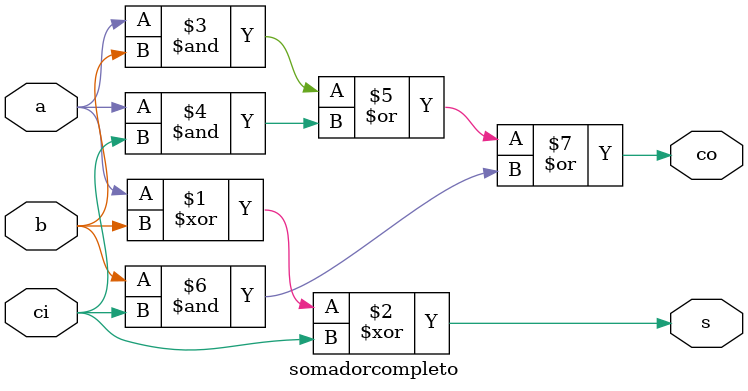
<source format=v>
module somadorcompleto (a, b, ci, s, co);
	input a, b, ci;
	output s, co;
	
	assign s = a ^ b ^ ci;
	assign co = a&b | a&ci | b&ci;
endmodule
</source>
